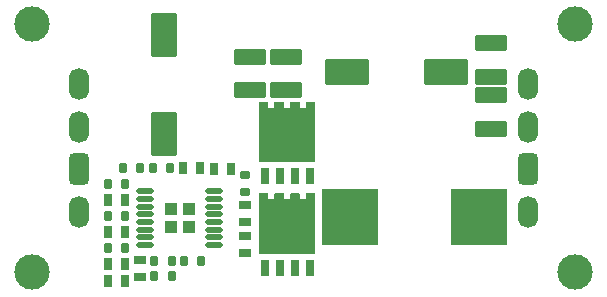
<source format=gts>
G04 Layer_Color=8388736*
%FSAX44Y44*%
%MOMM*%
G71*
G01*
G75*
G04:AMPARAMS|DCode=19|XSize=1.1mm|YSize=1.1mm|CornerRadius=0.0055mm|HoleSize=0mm|Usage=FLASHONLY|Rotation=270.000|XOffset=0mm|YOffset=0mm|HoleType=Round|Shape=RoundedRectangle|*
%AMROUNDEDRECTD19*
21,1,1.1000,1.0890,0,0,270.0*
21,1,1.0890,1.1000,0,0,270.0*
1,1,0.0110,-0.5445,-0.5445*
1,1,0.0110,-0.5445,0.5445*
1,1,0.0110,0.5445,0.5445*
1,1,0.0110,0.5445,-0.5445*
%
%ADD19ROUNDEDRECTD19*%
%ADD28O,1.7000X2.7000*%
G04:AMPARAMS|DCode=29|XSize=2.7mm|YSize=1.7mm|CornerRadius=0.425mm|HoleSize=0mm|Usage=FLASHONLY|Rotation=270.000|XOffset=0mm|YOffset=0mm|HoleType=Round|Shape=RoundedRectangle|*
%AMROUNDEDRECTD29*
21,1,2.7000,0.8500,0,0,270.0*
21,1,1.8500,1.7000,0,0,270.0*
1,1,0.8500,-0.4250,-0.9250*
1,1,0.8500,-0.4250,0.9250*
1,1,0.8500,0.4250,0.9250*
1,1,0.8500,0.4250,-0.9250*
%
%ADD29ROUNDEDRECTD29*%
%ADD30C,3.0000*%
G04:AMPARAMS|DCode=37|XSize=4.7016mm|YSize=4.8016mm|CornerRadius=0.0738mm|HoleSize=0mm|Usage=FLASHONLY|Rotation=90.000|XOffset=0mm|YOffset=0mm|HoleType=Round|Shape=RoundedRectangle|*
%AMROUNDEDRECTD37*
21,1,4.7016,4.6540,0,0,90.0*
21,1,4.5540,4.8016,0,0,90.0*
1,1,0.1476,2.3270,2.2770*
1,1,0.1476,2.3270,-2.2770*
1,1,0.1476,-2.3270,-2.2770*
1,1,0.1476,-2.3270,2.2770*
%
%ADD37ROUNDEDRECTD37*%
G04:AMPARAMS|DCode=38|XSize=2.6516mm|YSize=1.3016mm|CornerRadius=0.0568mm|HoleSize=0mm|Usage=FLASHONLY|Rotation=180.000|XOffset=0mm|YOffset=0mm|HoleType=Round|Shape=RoundedRectangle|*
%AMROUNDEDRECTD38*
21,1,2.6516,1.1880,0,0,180.0*
21,1,2.5380,1.3016,0,0,180.0*
1,1,0.1136,-1.2690,0.5940*
1,1,0.1136,1.2690,0.5940*
1,1,0.1136,1.2690,-0.5940*
1,1,0.1136,-1.2690,-0.5940*
%
%ADD38ROUNDEDRECTD38*%
G04:AMPARAMS|DCode=39|XSize=0.8516mm|YSize=0.6016mm|CornerRadius=0.0533mm|HoleSize=0mm|Usage=FLASHONLY|Rotation=0.000|XOffset=0mm|YOffset=0mm|HoleType=Round|Shape=RoundedRectangle|*
%AMROUNDEDRECTD39*
21,1,0.8516,0.4950,0,0,0.0*
21,1,0.7450,0.6016,0,0,0.0*
1,1,0.1066,0.3725,-0.2475*
1,1,0.1066,-0.3725,-0.2475*
1,1,0.1066,-0.3725,0.2475*
1,1,0.1066,0.3725,0.2475*
%
%ADD39ROUNDEDRECTD39*%
G04:AMPARAMS|DCode=40|XSize=0.8516mm|YSize=0.6016mm|CornerRadius=0.0533mm|HoleSize=0mm|Usage=FLASHONLY|Rotation=90.000|XOffset=0mm|YOffset=0mm|HoleType=Round|Shape=RoundedRectangle|*
%AMROUNDEDRECTD40*
21,1,0.8516,0.4950,0,0,90.0*
21,1,0.7450,0.6016,0,0,90.0*
1,1,0.1066,0.2475,0.3725*
1,1,0.1066,0.2475,-0.3725*
1,1,0.1066,-0.2475,-0.3725*
1,1,0.1066,-0.2475,0.3725*
%
%ADD40ROUNDEDRECTD40*%
G04:AMPARAMS|DCode=41|XSize=0.9516mm|YSize=0.7016mm|CornerRadius=0.0538mm|HoleSize=0mm|Usage=FLASHONLY|Rotation=180.000|XOffset=0mm|YOffset=0mm|HoleType=Round|Shape=RoundedRectangle|*
%AMROUNDEDRECTD41*
21,1,0.9516,0.5940,0,0,180.0*
21,1,0.8440,0.7016,0,0,180.0*
1,1,0.1076,-0.4220,0.2970*
1,1,0.1076,0.4220,0.2970*
1,1,0.1076,0.4220,-0.2970*
1,1,0.1076,-0.4220,-0.2970*
%
%ADD41ROUNDEDRECTD41*%
G04:AMPARAMS|DCode=42|XSize=0.9516mm|YSize=0.7016mm|CornerRadius=0.0538mm|HoleSize=0mm|Usage=FLASHONLY|Rotation=90.000|XOffset=0mm|YOffset=0mm|HoleType=Round|Shape=RoundedRectangle|*
%AMROUNDEDRECTD42*
21,1,0.9516,0.5940,0,0,90.0*
21,1,0.8440,0.7016,0,0,90.0*
1,1,0.1076,0.2970,0.4220*
1,1,0.1076,0.2970,-0.4220*
1,1,0.1076,-0.2970,-0.4220*
1,1,0.1076,-0.2970,0.4220*
%
%ADD42ROUNDEDRECTD42*%
G04:AMPARAMS|DCode=43|XSize=2.2016mm|YSize=3.7016mm|CornerRadius=0.0613mm|HoleSize=0mm|Usage=FLASHONLY|Rotation=180.000|XOffset=0mm|YOffset=0mm|HoleType=Round|Shape=RoundedRectangle|*
%AMROUNDEDRECTD43*
21,1,2.2016,3.5790,0,0,180.0*
21,1,2.0790,3.7016,0,0,180.0*
1,1,0.1226,-1.0395,1.7895*
1,1,0.1226,1.0395,1.7895*
1,1,0.1226,1.0395,-1.7895*
1,1,0.1226,-1.0395,-1.7895*
%
%ADD43ROUNDEDRECTD43*%
G04:AMPARAMS|DCode=44|XSize=2.2016mm|YSize=3.7016mm|CornerRadius=0.0613mm|HoleSize=0mm|Usage=FLASHONLY|Rotation=270.000|XOffset=0mm|YOffset=0mm|HoleType=Round|Shape=RoundedRectangle|*
%AMROUNDEDRECTD44*
21,1,2.2016,3.5790,0,0,270.0*
21,1,2.0790,3.7016,0,0,270.0*
1,1,0.1226,-1.7895,-1.0395*
1,1,0.1226,-1.7895,1.0395*
1,1,0.1226,1.7895,1.0395*
1,1,0.1226,1.7895,-1.0395*
%
%ADD44ROUNDEDRECTD44*%
%ADD45O,1.5016X0.5516*%
G04:AMPARAMS|DCode=46|XSize=0.7516mm|YSize=1.3016mm|CornerRadius=0.0541mm|HoleSize=0mm|Usage=FLASHONLY|Rotation=0.000|XOffset=0mm|YOffset=0mm|HoleType=Round|Shape=RoundedRectangle|*
%AMROUNDEDRECTD46*
21,1,0.7516,1.1935,0,0,0.0*
21,1,0.6435,1.3016,0,0,0.0*
1,1,0.1081,0.3217,-0.5968*
1,1,0.1081,-0.3217,-0.5968*
1,1,0.1081,-0.3217,0.5968*
1,1,0.1081,0.3217,0.5968*
%
%ADD46ROUNDEDRECTD46*%
G36*
X06939356Y08564135D02*
X06939452Y08564105D01*
X06939540Y08564058D01*
X06939617Y08563995D01*
X06939681Y08563917D01*
X06939728Y08563829D01*
X06939757Y08563733D01*
X06939767Y08563633D01*
Y08558633D01*
Y08513633D01*
X06939757Y08513534D01*
X06939728Y08513438D01*
X06939681Y08513350D01*
X06939617Y08513273D01*
X06939540Y08513209D01*
X06939452Y08513162D01*
X06939356Y08513133D01*
X06939257Y08513123D01*
X06892256D01*
X06892157Y08513133D01*
X06892061Y08513162D01*
X06891973Y08513209D01*
X06891896Y08513273D01*
X06891832Y08513350D01*
X06891785Y08513438D01*
X06891756Y08513534D01*
X06891746Y08513633D01*
Y08558633D01*
Y08563633D01*
X06891756Y08563733D01*
X06891785Y08563829D01*
X06891832Y08563917D01*
X06891896Y08563995D01*
X06891973Y08564058D01*
X06892061Y08564105D01*
X06892157Y08564135D01*
X06892256Y08564144D01*
X06899257D01*
X06899356Y08564135D01*
X06899452Y08564105D01*
X06899540Y08564058D01*
X06899617Y08563995D01*
X06899681Y08563917D01*
X06899728Y08563829D01*
X06899757Y08563733D01*
X06899767Y08563633D01*
Y08559144D01*
X06905096D01*
Y08563633D01*
X06905106Y08563733D01*
X06905135Y08563829D01*
X06905182Y08563917D01*
X06905246Y08563995D01*
X06905323Y08564058D01*
X06905411Y08564105D01*
X06905507Y08564135D01*
X06905607Y08564144D01*
X06912607D01*
X06912706Y08564135D01*
X06912802Y08564105D01*
X06912890Y08564058D01*
X06912968Y08563995D01*
X06913031Y08563917D01*
X06913078Y08563829D01*
X06913107Y08563733D01*
X06913117Y08563633D01*
Y08559144D01*
X06918396D01*
Y08563633D01*
X06918406Y08563733D01*
X06918435Y08563829D01*
X06918482Y08563917D01*
X06918546Y08563995D01*
X06918623Y08564058D01*
X06918712Y08564105D01*
X06918807Y08564135D01*
X06918907Y08564144D01*
X06925906D01*
X06926006Y08564135D01*
X06926102Y08564105D01*
X06926190Y08564058D01*
X06926268Y08563995D01*
X06926331Y08563917D01*
X06926378Y08563829D01*
X06926407Y08563733D01*
X06926417Y08563633D01*
Y08559144D01*
X06931746D01*
Y08563633D01*
X06931756Y08563733D01*
X06931785Y08563829D01*
X06931832Y08563917D01*
X06931896Y08563995D01*
X06931973Y08564058D01*
X06932061Y08564105D01*
X06932157Y08564135D01*
X06932256Y08564144D01*
X06939257D01*
X06939356Y08564135D01*
D02*
G37*
G36*
Y08486671D02*
X06939452Y08486642D01*
X06939540Y08486595D01*
X06939617Y08486532D01*
X06939681Y08486454D01*
X06939728Y08486366D01*
X06939757Y08486270D01*
X06939767Y08486171D01*
Y08481171D01*
Y08436171D01*
X06939757Y08436071D01*
X06939728Y08435975D01*
X06939681Y08435887D01*
X06939617Y08435810D01*
X06939540Y08435746D01*
X06939452Y08435699D01*
X06939356Y08435670D01*
X06939257Y08435660D01*
X06892256D01*
X06892157Y08435670D01*
X06892061Y08435699D01*
X06891973Y08435746D01*
X06891896Y08435810D01*
X06891832Y08435887D01*
X06891785Y08435975D01*
X06891756Y08436071D01*
X06891746Y08436171D01*
Y08481171D01*
Y08486171D01*
X06891756Y08486270D01*
X06891785Y08486366D01*
X06891832Y08486454D01*
X06891896Y08486532D01*
X06891973Y08486595D01*
X06892061Y08486642D01*
X06892157Y08486671D01*
X06892256Y08486681D01*
X06899257D01*
X06899356Y08486671D01*
X06899452Y08486642D01*
X06899540Y08486595D01*
X06899617Y08486532D01*
X06899681Y08486454D01*
X06899728Y08486366D01*
X06899757Y08486270D01*
X06899767Y08486171D01*
Y08481681D01*
X06905096D01*
Y08486171D01*
X06905106Y08486270D01*
X06905135Y08486366D01*
X06905182Y08486454D01*
X06905246Y08486532D01*
X06905323Y08486595D01*
X06905411Y08486642D01*
X06905507Y08486671D01*
X06905607Y08486681D01*
X06912607D01*
X06912706Y08486671D01*
X06912802Y08486642D01*
X06912890Y08486595D01*
X06912968Y08486532D01*
X06913031Y08486454D01*
X06913078Y08486366D01*
X06913107Y08486270D01*
X06913117Y08486171D01*
Y08481681D01*
X06918396D01*
Y08486171D01*
X06918406Y08486270D01*
X06918435Y08486366D01*
X06918482Y08486454D01*
X06918546Y08486532D01*
X06918623Y08486595D01*
X06918712Y08486642D01*
X06918807Y08486671D01*
X06918907Y08486681D01*
X06925906D01*
X06926006Y08486671D01*
X06926102Y08486642D01*
X06926190Y08486595D01*
X06926268Y08486532D01*
X06926331Y08486454D01*
X06926378Y08486366D01*
X06926407Y08486270D01*
X06926417Y08486171D01*
Y08481681D01*
X06931746D01*
Y08486171D01*
X06931756Y08486270D01*
X06931785Y08486366D01*
X06931832Y08486454D01*
X06931896Y08486532D01*
X06931973Y08486595D01*
X06932061Y08486642D01*
X06932157Y08486671D01*
X06932256Y08486681D01*
X06939257D01*
X06939356Y08486671D01*
D02*
G37*
D19*
X06817130Y08458091D02*
D03*
Y08473331D02*
D03*
X06832370Y08458091D02*
D03*
Y08473331D02*
D03*
D28*
X07120070Y08543000D02*
D03*
Y08579000D02*
D03*
Y08471000D02*
D03*
X06740000Y08543000D02*
D03*
Y08579000D02*
D03*
Y08471000D02*
D03*
D29*
X07120070Y08507000D02*
D03*
X06740000D02*
D03*
D30*
X06700000Y08420000D02*
D03*
X07160000D02*
D03*
X07160000Y08630000D02*
D03*
X06700000Y08630000D02*
D03*
D37*
X07078467Y08466500D02*
D03*
X06969307D02*
D03*
D38*
X07088108Y08570059D02*
D03*
Y08541558D02*
D03*
X07088108Y08585617D02*
D03*
Y08614117D02*
D03*
X06915250Y08573934D02*
D03*
Y08602434D02*
D03*
X06884208Y08573934D02*
D03*
Y08602434D02*
D03*
D39*
X06880464Y08502504D02*
D03*
Y08488004D02*
D03*
D40*
X06803542Y08429669D02*
D03*
X06818043D02*
D03*
X06843085Y08429669D02*
D03*
X06828585D02*
D03*
X06803542Y08416626D02*
D03*
X06818043D02*
D03*
X06801998Y08508303D02*
D03*
X06816498D02*
D03*
X06776955D02*
D03*
X06791455D02*
D03*
X06763958Y08467571D02*
D03*
X06778458D02*
D03*
X06763958Y08440486D02*
D03*
X06778458D02*
D03*
X06763958Y08494656D02*
D03*
X06778458D02*
D03*
D41*
X06791250Y08415919D02*
D03*
Y08430419D02*
D03*
X06880464Y08436418D02*
D03*
Y08450919D02*
D03*
Y08462461D02*
D03*
Y08476961D02*
D03*
D42*
X06853583Y08507476D02*
D03*
X06868083D02*
D03*
X06827540Y08507803D02*
D03*
X06842040D02*
D03*
X06763958Y08454028D02*
D03*
X06778458D02*
D03*
X06763958Y08426943D02*
D03*
X06778458D02*
D03*
X06763958Y08481113D02*
D03*
X06778458D02*
D03*
X06763958Y08412901D02*
D03*
X06778458D02*
D03*
D43*
X06812000Y08620854D02*
D03*
Y08537354D02*
D03*
D44*
X07050057Y08589559D02*
D03*
X06966557D02*
D03*
D45*
X06854250Y08442961D02*
D03*
Y08449461D02*
D03*
Y08455961D02*
D03*
Y08462461D02*
D03*
Y08468961D02*
D03*
Y08475461D02*
D03*
Y08481961D02*
D03*
Y08488461D02*
D03*
X06795250Y08442961D02*
D03*
Y08449461D02*
D03*
Y08455961D02*
D03*
Y08462461D02*
D03*
Y08468961D02*
D03*
Y08475461D02*
D03*
Y08481961D02*
D03*
Y08488461D02*
D03*
D46*
X06895690Y08557324D02*
D03*
X06909153D02*
D03*
X06922361D02*
D03*
X06935823D02*
D03*
X06934807Y08501133D02*
D03*
X06922106D02*
D03*
X06909407D02*
D03*
X06896707D02*
D03*
X06895690Y08479861D02*
D03*
X06909153D02*
D03*
X06922361D02*
D03*
X06935823D02*
D03*
X06934807Y08423671D02*
D03*
X06922106D02*
D03*
X06909407D02*
D03*
X06896707D02*
D03*
M02*

</source>
